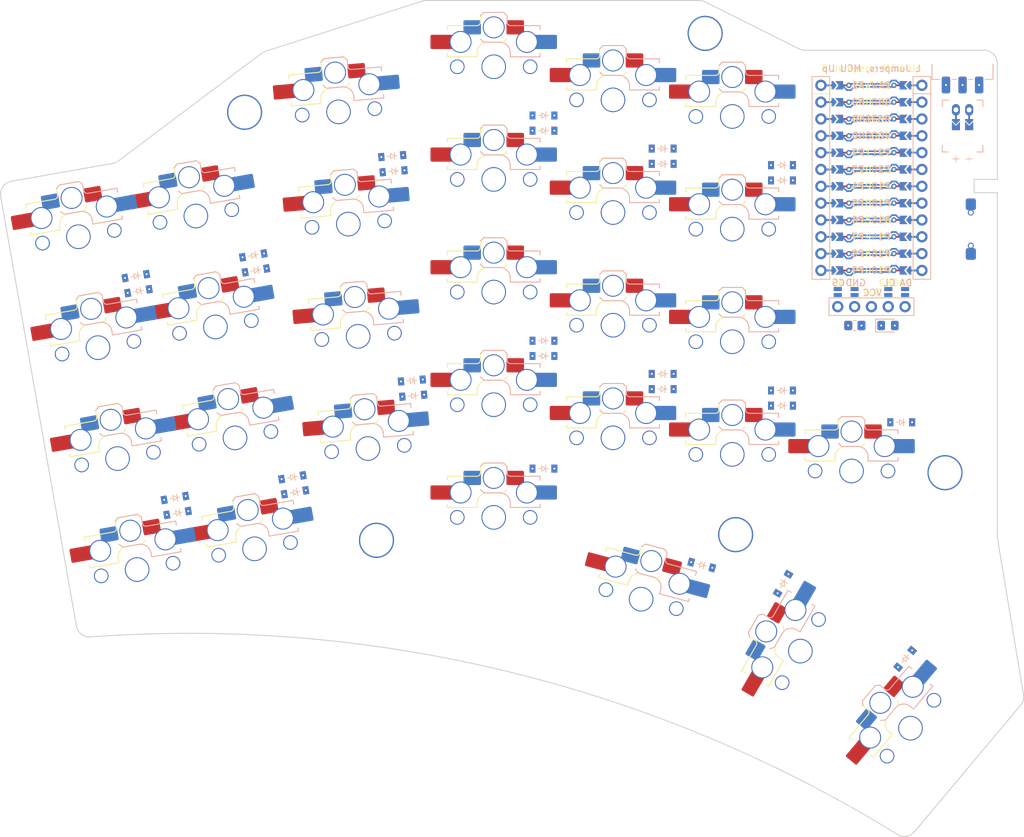
<source format=kicad_pcb>
(kicad_pcb (version 20240108) (generator "ergogen") (generator_version "4.1.0")
  (title_block (title "qapla_choc") (date "2024-08-29") (rev "v1.0.0") (company "Unknown"))
  (layers (0 "F.Cu" signal) (31 "B.Cu" signal) (34 "B.Paste" user) (35 "F.Paste" user) (36 "B.SilkS" user "B.Silkscreen") (37 "F.SilkS" user "F.Silkscreen") (38 "B.Mask" user) (39 "F.Mask" user) (44 "Edge.Cuts" user))
  (net 0 "")
  (net 1 "P20")
  (net 2 "outer_bottom")
  (net 3 "GND")
  (net 4 "D1")
  (net 5 "D2")
  (net 6 "outer_home")
  (net 7 "outer_top")
  (net 8 "outer_num")
  (net 9 "P19")
  (net 10 "pinky_bottom")
  (net 11 "pinky_home")
  (net 12 "pinky_top")
  (net 13 "pinky_num")
  (net 14 "P18")
  (net 15 "ring_bottom")
  (net 16 "ring_home")
  (net 17 "ring_top")
  (net 18 "ring_num")
  (net 19 "P15")
  (net 20 "middle_mod")
  (net 21 "middle_bottom")
  (net 22 "middle_home")
  (net 23 "middle_top")
  (net 24 "middle_num")
  (net 25 "P14")
  (net 26 "index_bottom")
  (net 27 "index_home")
  (net 28 "index_top")
  (net 29 "index_num")
  (net 30 "P16")
  (net 31 "inner_bottom")
  (net 32 "inner_home")
  (net 33 "inner_top")
  (net 34 "inner_num")
  (net 35 "P10")
  (net 36 "inner_far_bottom")
  (net 37 "alt_mod")
  (net 38 "inner_mod")
  (net 39 "outer_mod")
  (net 40 "P7")
  (net 41 "P9")
  (net 42 "P6")
  (net 43 "P8")
  (net 44 "P5")
  (net 45 "RAW")
  (net 46 "RST")
  (net 47 "VCC")
  (net 48 "P21")
  (net 49 "P1")
  (net 50 "P0")
  (net 51 "P2")
  (net 52 "P3")
  (net 53 "P4")
  (net 54 "P101")
  (net 55 "P102")
  (net 56 "P107")
  (net 57 "MCU1_24")
  (net 58 "MCU1_1")
  (net 59 "MCU1_23")
  (net 60 "MCU1_2")
  (net 61 "MCU1_22")
  (net 62 "MCU1_3")
  (net 63 "MCU1_21")
  (net 64 "MCU1_4")
  (net 65 "MCU1_20")
  (net 66 "MCU1_5")
  (net 67 "MCU1_19")
  (net 68 "MCU1_6")
  (net 69 "MCU1_18")
  (net 70 "MCU1_7")
  (net 71 "MCU1_17")
  (net 72 "MCU1_8")
  (net 73 "MCU1_16")
  (net 74 "MCU1_9")
  (net 75 "MCU1_15")
  (net 76 "MCU1_10")
  (net 77 "MCU1_14")
  (net 78 "MCU1_11")
  (net 79 "MCU1_13")
  (net 80 "MCU1_12")
  (net 81 "DISP1_1")
  (net 82 "DISP1_2")
  (net 83 "DISP1_4")
  (net 84 "DISP1_5")
  (net 85 "BAT_P")
  (net 86 "JST1_1")
  (net 87 "JST1_2")
  (net 88 "_3_1")
  (footprint "ceoloide:switch_choc_v1_v2" (layer "B.Cu") (at 121.5759829 113.6146134 10)
    (property "Reference" "S1" hide)
  )
  (footprint "ceoloide:switch_choc_v1_v2" (layer "B.Cu") (at 118.6239639 96.8728816 10)
    (property "Reference" "S2" hide)
  )
  (footprint "ceoloide:switch_choc_v1_v2" (layer "B.Cu") (at 115.6719449 80.1311498 10)
    (property "Reference" "S3" hide)
  )
  (footprint "ceoloide:switch_choc_v1_v2" (layer "B.Cu") (at 112.7199259 63.389418 10)
    (property "Reference" "S4" hide)
  )
  (footprint "ceoloide:switch_choc_v1_v2" (layer "B.Cu") (at 139.3025225 110.4889462 10)
    (property "Reference" "S5" hide)
  )
  (footprint "ceoloide:switch_choc_v1_v2" (layer "B.Cu") (at 136.3505035 93.7472144 10)
    (property "Reference" "S6" hide)
  )
  (footprint "ceoloide:switch_choc_v1_v2" (layer "B.Cu") (at 133.3984844 77.0054826 10)
    (property "Reference" "S7" hide)
  )
  (footprint "ceoloide:switch_choc_v1_v2" (layer "B.Cu") (at 130.4464654 60.2637508 10)
    (property "Reference" "S8" hide)
  )
  (footprint "ceoloide:switch_choc_v1_v2" (layer "B.Cu") (at 156.4156553 95.3520079 5)
    (property "Reference" "S9" hide)
  )
  (footprint "ceoloide:switch_choc_v1_v2" (layer "B.Cu") (at 154.9340076 78.416698 5)
    (property "Reference" "S10" hide)
  )
  (footprint "ceoloide:switch_choc_v1_v2" (layer "B.Cu") (at 153.45236 61.4813881 5)
    (property "Reference" "S11" hide)
  )
  (footprint "ceoloide:switch_choc_v1_v2" (layer "B.Cu") (at 151.9707123 44.5460782 5)
    (property "Reference" "S12" hide)
  )
  (footprint "ceoloide:switch_choc_v1_v2" (layer "B.Cu") (at 175.3930288 105.7375409 0)
    (property "Reference" "S13" hide)
  )
  (footprint "ceoloide:switch_choc_v1_v2" (layer "B.Cu") (at 175.3930288 88.7375409 0)
    (property "Reference" "S14" hide)
  )
  (footprint "ceoloide:switch_choc_v1_v2" (layer "B.Cu") (at 175.3930288 71.7375409 0)
    (property "Reference" "S15" hide)
  )
  (footprint "ceoloide:switch_choc_v1_v2" (layer "B.Cu") (at 175.3930287 54.7375409 0)
    (property "Reference" "S16" hide)
  )
  (footprint "ceoloide:switch_choc_v1_v2" (layer "B.Cu") (at 175.3930287 37.7375409 0)
    (property "Reference" "S17" hide)
  )
  (footprint "ceoloide:switch_choc_v1_v2" (layer "B.Cu") (at 193.3930287 93.7375409 0)
    (property "Reference" "S18" hide)
  )
  (footprint "ceoloide:switch_choc_v1_v2" (layer "B.Cu") (at 193.3930287 76.7375409 0)
    (property "Reference" "S19" hide)
  )
  (footprint "ceoloide:switch_choc_v1_v2" (layer "B.Cu") (at 193.3930287 59.7375409 0)
    (property "Reference" "S20" hide)
  )
  (footprint "ceoloide:switch_choc_v1_v2" (layer "B.Cu") (at 193.3930286 42.7375409 0)
    (property "Reference" "S21" hide)
  )
  (footprint "ceoloide:switch_choc_v1_v2" (layer "B.Cu") (at 211.3930287 96.237541 0)
    (property "Reference" "S22" hide)
  )
  (footprint "ceoloide:switch_choc_v1_v2" (layer "B.Cu") (at 211.3930287 79.237541 0)
    (property "Reference" "S23" hide)
  )
  (footprint "ceoloide:switch_choc_v1_v2" (layer "B.Cu") (at 211.3930287 62.237541 0)
    (property "Reference" "S24" hide)
  )
  (footprint "ceoloide:switch_choc_v1_v2" (layer "B.Cu") (at 211.3930287 45.237541 0)
    (property "Reference" "S25" hide)
  )
  (footprint "ceoloide:switch_choc_v1_v2" (layer "B.Cu") (at 229.3930287 98.7375409 0)
    (property "Reference" "S26" hide)
  )
  (footprint "ceoloide:switch_choc_v1_v2" (layer "B.Cu") (at 197.6356694 118.0860101 -15)
    (property "Reference" "S27" hide)
  )
  (footprint "ceoloide:switch_choc_v1_v2" (layer "B.Cu") (at 221.6691784 125.9218075 60)
    (property "Reference" "S28" hide)
  )
  (footprint "ceoloide:switch_choc_v1_v2" (layer "B.Cu") (at 238.2893065 137.5519043 50)
    (property "Reference" "S29" hide)
  )
  (footprint "ceoloide:diode_tht_sod123" (layer "B.Cu") (at 127.28633620000001 102.8088573 190)
    (property "Reference" "D1" hide)
  )
  (footprint "ceoloide:diode_tht_sod123" (layer "B.Cu") (at 121.38229820000001 69.3253937 190)
    (property "Reference" "D2" hide)
  )
  (footprint "ceoloide:diode_tht_sod123" (layer "B.Cu") (at 145.0128758 99.6831901 190)
    (property "Reference" "D3" hide)
  )
  (footprint "ceoloide:diode_tht_sod123" (layer "B.Cu") (at 139.10883769999998 66.1997265 190)
    (property "Reference" "D4" hide)
  )
  (footprint "ceoloide:diode_tht_sod123" (layer "B.Cu") (at 163.0460625 85.085061 185)
    (property "Reference" "D5" hide)
  )
  (footprint "ceoloide:diode_tht_sod123" (layer "B.Cu") (at 160.0827672 51.214441199999996 185)
    (property "Reference" "D6" hide)
  )
  (footprint "ceoloide:diode_tht_sod123" (layer "B.Cu") (at 182.8930288 79.0875409 180)
    (property "Reference" "D7" hide)
  )
  (footprint "ceoloide:diode_tht_sod123" (layer "B.Cu") (at 182.8930287 45.0875409 180)
    (property "Reference" "D8" hide)
  )
  (footprint "ceoloide:diode_tht_sod123" (layer "B.Cu") (at 200.8930287 84.0875409 180)
    (property "Reference" "D9" hide)
  )
  (footprint "ceoloide:diode_tht_sod123" (layer "B.Cu") (at 200.8930286 50.0875409 180)
    (property "Reference" "D10" hide)
  )
  (footprint "ceoloide:diode_tht_sod123" (layer "B.Cu") (at 218.8930287 86.58754099999999 180)
    (property "Reference" "D11" hide)
  )
  (footprint "ceoloide:diode_tht_sod123" (layer "B.Cu") (at 218.8930287 52.587541 180)
    (property "Reference" "D12" hide)
  )
  (footprint "ceoloide:diode_tht_sod123" (layer "B.Cu") (at 127.6857269 105.0739151 190)
    (property "Reference" "D13" hide)
  )
  (footprint "ceoloide:diode_tht_sod123" (layer "B.Cu") (at 121.7816889 71.5904515 190)
    (property "Reference" "D14" hide)
  )
  (footprint "ceoloide:diode_tht_sod123" (layer "B.Cu") (at 145.41226650000002 101.9482479 190)
    (property "Reference" "D15" hide)
  )
  (footprint "ceoloide:diode_tht_sod123" (layer "B.Cu") (at 139.5082284 68.46478429999999 190)
    (property "Reference" "D16" hide)
  )
  (footprint "ceoloide:diode_tht_sod123" (layer "B.Cu") (at 163.24652079999998 87.3763088 185)
    (property "Reference" "D17" hide)
  )
  (footprint "ceoloide:diode_tht_sod123" (layer "B.Cu") (at 160.2832255 53.505689 185)
    (property "Reference" "D18" hide)
  )
  (footprint "ceoloide:diode_tht_sod123" (layer "B.Cu") (at 182.8930288 98.3875409 180)
    (property "Reference" "D19" hide)
  )
  (footprint "ceoloide:diode_tht_sod123" (layer "B.Cu") (at 182.8930288 81.3875409 180)
    (property "Reference" "D20" hide)
  )
  (footprint "ceoloide:diode_tht_sod123" (layer "B.Cu") (at 182.8930287 47.3875409 180)
    (property "Reference" "D21" hide)
  )
  (footprint "ceoloide:diode_tht_sod123" (layer "B.Cu") (at 200.8930287 86.3875409 180)
    (property "Reference" "D22" hide)
  )
  (footprint "ceoloide:diode_tht_sod123" (layer "B.Cu") (at 200.8930287 52.3875409 180)
    (property "Reference" "D23" hide)
  )
  (footprint "ceoloide:diode_tht_sod123" (layer "B.Cu") (at 218.8930287 88.887541 180)
    (property "Reference" "D24" hide)
  )
  (footprint "ceoloide:diode_tht_sod123" (layer "B.Cu") (at 218.8930287 54.887541 180)
    (property "Reference" "D25" hide)
  )
  (footprint "ceoloide:diode_tht_sod123" (layer "B.Cu") (at 236.8930287 91.3875409 180)
    (property "Reference" "D26" hide)
  )
  (footprint "ceoloide:diode_tht_sod123" (layer "B.Cu") (at 206.78243310000002 112.9275981 165)
    (property "Reference" "D27" hide)
  )
  (footprint "ceoloide:diode_tht_sod123" (layer "B.Cu") (at 219.05389169999998 115.751617 240)
    (property "Reference" "D28" hide)
  )
  (footprint "ceoloide:diode_tht_sod123" (layer "B.Cu") (at 237.47978690000002 127.08208199999999 230)
    (property "Reference" "D29" hide)
  )
  (footprint "ceoloide:mcu_nice_nano" (layer "F.Cu") (at 232.3930287 53.237541 0)
    (property "Reference" "MCU1" hide)
  )
  (segment (start 237.1680287 40.537541000000004) (end 235.7930287 40.537541000000004) (width 0.25) (layer "F.Cu"))
  (segment (start 227.6180287 40.537541000000004) (end 228.9930287 40.537541000000004) (width 0.25) (layer "F.Cu"))
  (segment (start 224.7730287 40.537541000000004) (end 226.8930287 40.537541000000004) (width 0.25) (layer "F.Cu"))
  (segment (start 224.7730287 40.537541000000004) (end 226.8930287 40.537541000000004) (width 0.25) (layer "B.Cu"))
  (segment (start 237.8930287 40.537541000000004) (end 240.0130287 40.537541000000004) (width 0.25) (layer "F.Cu"))
  (segment (start 240.0130287 40.537541000000004) (end 237.8930287 40.537541000000004) (width 0.25) (layer "B.Cu"))
  (segment (start 229.7883337 40.767541) (end 235.5630287 40.767541) (width 0.25) (layer "B.Cu"))
  (segment (start 227.6180287 40.537541000000004) (end 227.9677237 40.537541000000004) (width 0.25) (layer "B.Cu"))
  (segment (start 228.6927237 41.262541) (end 229.2933337 41.262541) (width 0.25) (layer "B.Cu"))
  (segment (start 227.9677237 40.537541000000004) (end 228.6927237 41.262541) (width 0.25) (layer "B.Cu"))
  (segment (start 229.2933337 41.262541) (end 229.7883337 40.767541) (width 0.25) (layer "B.Cu"))
  (segment (start 237.1680287 40.537541000000004) (end 236.8183337 40.537541000000004) (width 0.25) (layer "B.Cu"))
  (segment (start 234.9877237 40.317541) (end 229.2130287 40.317541) (width 0.25) (layer "B.Cu"))
  (segment (start 236.8183337 40.537541000000004) (end 236.09333370000002 39.812540999999996) (width 0.25) (layer "B.Cu"))
  (segment (start 236.09333370000002 39.812540999999996) (end 235.4927237 39.812540999999996) (width 0.25) (layer "B.Cu"))
  (segment (start 235.4927237 39.812540999999996) (end 234.9877237 40.317541) (width 0.25) (layer "B.Cu"))
  (segment (start 237.1680287 43.077541) (end 235.7930287 43.077541) (width 0.25) (layer "F.Cu"))
  (segment (start 227.6180287 43.077541) (end 228.9930287 43.077541) (width 0.25) (layer "F.Cu"))
  (segment (start 224.7730287 43.077541) (end 226.8930287 43.077541) (width 0.25) (layer "F.Cu"))
  (segment (start 224.7730287 43.077541) (end 226.8930287 43.077541) (width 0.25) (layer "B.Cu"))
  (segment (start 237.8930287 43.077541) (end 240.0130287 43.077541) (width 0.25) (layer "F.Cu"))
  (segment (start 240.0130287 43.077541) (end 237.8930287 43.077541) (width 0.25) (layer "B.Cu"))
  (segment (start 229.7883337 43.307541) (end 235.5630287 43.307541) (width 0.25) (layer "B.Cu"))
  (segment (start 227.6180287 43.077541) (end 227.9677237 43.077541) (width 0.25) (layer "B.Cu"))
  (segment (start 228.6927237 43.802541) (end 229.2933337 43.802541) (width 0.25) (layer "B.Cu"))
  (segment (start 227.9677237 43.077541) (end 228.6927237 43.802541) (width 0.25) (layer "B.Cu"))
  (segment (start 229.2933337 43.802541) (end 229.7883337 43.307541) (width 0.25) (layer "B.Cu"))
  (segment (start 237.1680287 43.077541) (end 236.8183337 43.077541) (width 0.25) (layer "B.Cu"))
  (segment (start 234.9877237 42.857541) (end 229.2130287 42.857541) (width 0.25) (layer "B.Cu"))
  (segment (start 236.8183337 43.077541) (end 236.09333370000002 42.352541) (width 0.25) (layer "B.Cu"))
  (segment (start 236.09333370000002 42.352541) (end 235.4927237 42.352541) (width 0.25) (layer "B.Cu"))
  (segment (start 235.4927237 42.352541) (end 234.9877237 42.857541) (width 0.25) (layer "B.Cu"))
  (segment (start 237.1680287 45.617541) (end 235.7930287 45.617541) (width 0.25) (layer "F.Cu"))
  (segment (start 227.6180287 45.617541) (end 228.9930287 45.617541) (width 0.25) (layer "F.Cu"))
  (segment (start 224.7730287 45.617541) (end 226.8930287 45.617541) (width 0.25) (layer "F.Cu"))
  (segment (start 224.7730287 45.617541) (end 226.8930287 45.617541) (width 0.25) (layer "B.Cu"))
  (segment (start 237.8930287 45.617541) (end 240.0130287 45.617541) (width 0.25) (layer "F.Cu"))
  (segment (start 240.0130287 45.617541) (end 237.8930287 45.617541) (width 0.25) (layer "B.Cu"))
  (segment (start 229.7883337 45.847541) (end 235.5630287 45.847541) (width 0.25) (layer "B.Cu"))
  (segment (start 227.6180287 45.617541) (end 227.9677237 45.617541) (width 0.25) (layer "B.Cu"))
  (segment (start 228.6927237 46.342541) (end 229.2933337 46.342541) (width 0.25) (layer "B.Cu"))
  (segment (start 227.9677237 45.617541) (end 228.6927237 46.342541) (width 0.25) (layer "B.Cu"))
  (segment (start 229.2933337 46.342541) (end 229.7883337 45.847541) (width 0.25) (layer "B.Cu"))
  (segment (start 237.1680287 45.617541) (end 236.8183337 45.617541) (width 0.25) (layer "B.Cu"))
  (segment (start 234.9877237 45.397541000000004) (end 229.2130287 45.397541000000004) (width 0.25) (layer "B.Cu"))
  (segment (start 236.8183337 45.617541) (end 236.09333370000002 44.892541) (width 0.25) (layer "B.Cu"))
  (segment (start 236.09333370000002 44.892541) (end 235.4927237 44.892541) (width 0.25) (layer "B.Cu"))
  (segment (start 235.4927237 44.892541) (end 234.9877237 45.397541000000004) (width 0.25) (layer "B.Cu"))
  (segment (start 237.1680287 48.157541) (end 235.7930287 48.157541) (width 0.25) (layer "F.Cu"))
  (segment (start 227.6180287 48.157541) (end 228.9930287 48.157541) (width 0.25) (layer "F.Cu"))
  (segment (start 224.7730287 48.157541) (end 226.8930287 48.157541) (width 0.25) (layer "F.Cu"))
  (segment (start 224.7730287 48.157541) (end 226.8930287 48.157541) (width 0.25) (layer "B.Cu"))
  (segment (start 237.8930287 48.157541) (end 240.0130287 48.157541) (width 0.25) (layer "F.Cu"))
  (segment (start 240.0130287 48.157541) (end 237.8930287 48.157541) (width 0.25) (layer "B.Cu"))
  (segment (start 229.7883337 48.387541) (end 235.5630287 48.387541) (width 0.25) (layer "B.Cu"))
  (segment (start 227.6180287 48.157541) (end 227.9677237 48.157541) (width 0.25) (layer "B.Cu"))
  (segment (start 228.6927237 48.882541) (end 229.2933337 48.882541) (width 0.25) (layer "B.Cu"))
  (segment (start 227.9677237 48.157541) (end 228.6927237 48.882541) (width 0.25) (layer "B.Cu"))
  (segment (start 229.2933337 48.882541) (end 229.7883337 48.387541) (width 0.25) (layer "B.Cu"))
  (segment (start 237.1680287 48.157541) (end 236.8183337 48.157541) (width 0.25) (layer "B.Cu"))
  (segment (start 234.9877237 47.937541) (end 229.2130287 47.937541) (width 0.25) (layer "B.Cu"))
  (segment (start 236.8183337 48.157541) (end 236.09333370000002 47.432541) (width 0.25) (layer "B.Cu"))
  (segment (start 236.09333370000002 47.432541) (end 235.4927237 47.432541) (width 0.25) (layer "B.Cu"))
  (segment (start 235.4927237 47.432541) (end 234.9877237 47.937541) (width 0.25) (layer "B.Cu"))
  (segment (start 237.1680287 50.697541) (end 235.7930287 50.697541) (width 0.25) (layer "F.Cu"))
  (segment (start 227.6180287 50.697541) (end 228.9930287 50.697541) (width 0.25) (layer "F.Cu"))
  (segment (start 224.7730287 50.697541) (end 226.8930287 50.697541) (width 0.25) (layer "F.Cu"))
  (segment (start 224.7730287 50.697541) (end 226.8930287 50.697541) (width 0.25) (layer "B.Cu"))
  (segment (start 237.8930287 50.697541) (end 240.0130287 50.697541) (width 0.25) (layer "F.Cu"))
  (segment (start 240.0130287 50.697541) (end 237.8930287 50.697541) (width 0.25) (layer "B.Cu"))
  (segment (start 229.7883337 50.927541) (end 235.5630287 50.927541) (width 0.25) (layer "B.Cu"))
  (segment (start 227.6180287 50.697541) (end 227.9677237 50.697541) (width 0.25) (layer "B.Cu"))
  (segment (start 228.6927237 51.422541) (end 229.2933337 51.422541) (width 0.25) (layer "B.Cu"))
  (segment (start 227.9677237 50.697541) (end 228.6927237 51.422541) (width 0.25) (layer "B.Cu"))
  (segment (start 229.2933337 51.422541) (end 229.7883337 50.927541) (width 0.25) (layer "B.Cu"))
  (segment (start 237.1680287 50.697541) (end 236.8183337 50.697541) (width 0.25) (layer "B.Cu"))
  (segment (start 234.9877237 50.477541) (end 229.2130287 50.477541) (width 0.25) (layer "B.Cu"))
  (segment (start 236.8183337 50.697541) (end 236.09333370000002 49.972541) (width 0.25) (layer "B.Cu"))
  (segment (start 236.09333370000002 49.972541) (end 235.4927237 49.972541) (width 0.25) (layer "B.Cu"))
  (segment (start 235.4927237 49.972541) (end 234.9877237 50.477541) (width 0.25) (layer "B.Cu"))
  (segment (start 237.1680287 53.237541) (end 235.7930287 53.237541) (width 0.25) (layer "F.Cu"))
  (segment (start 227.6180287 53.237541) (end 228.9930287 53.237541) (width 0.25) (layer "F.Cu"))
  (segment (start 224.7730287 53.237541) (end 226.8930287 53.237541) (width 0.25) (layer "F.Cu"))
  (segment (start 224.7730287 53.237541) (end 226.8930287 53.237541) (width 0.25) (layer "B.Cu"))
  (segment (start 237.8930287 53.237541) (end 240.0130287 53.237541) (width 0.25) (layer "F.Cu"))
  (segment (start 240.0130287 53.237541) (end 237.8930287 53.237541) (width 0.25) (layer "B.Cu"))
  (segment (start 229.7883337 53.467541) (end 235.5630287 53.467541) (width 0.25) (layer "B.Cu"))
  (segment (start 227.6180287 53.237541) (end 227.9677237 53.237541) (width 0.25) (layer "B.Cu"))
  (segment (start 228.6927237 53.962541) (end 229.2933337 53.962541) (width 0.25) (layer "B.Cu"))
  (segment (start 227.9677237 53.237541) (end 228.6927237 53.962541) (width 0.25) (layer "B.Cu"))
  (segment (start 229.2933337 53.962541) (end 229.7883337 53.467541) (width 0.25) (layer "B.Cu"))
  (segment (start 237.1680287 53.237541) (end 236.8183337 53.237541) (width 0.25) (layer "B.Cu"))
  (segment (start 234.9877237 53.017541) (end 229.2130287 53.017541) (width 0.25) (layer "B.Cu"))
  (segment (start 236.8183337 53.237541) (end 236.09333370000002 52.512541) (width 0.25) (layer "B.Cu"))
  (segment (start 236.09333370000002 52.512541) (end 235.4927237 52.512541) (width 0.25) (layer "B.Cu"))
  (segment (start 235.4927237 52.512541) (end 234.9877237 53.017541) (width 0.25) (layer "B.Cu"))
  (segment (start 237.1680287 55.777541) (end 235.7930287 55.777541) (width 0.25) (layer "F.Cu"))
  (segment (start 227.6180287 55.777541) (end 228.9930287 55.777541) (width 0.25) (layer "F.Cu"))
  (segment (start 224.7730287 55.777541) (end 226.8930287 55.777541) (width 0.25) (layer "F.Cu"))
  (segment (start 224.7730287 55.777541) (end 226.8930287 55.777541) (width 0.25) (layer "B.Cu"))
  (segment (start 237.8930287 55.777541) (end 240.0130287 55.777541) (width 0.25) (layer "F.Cu"))
  (segment (start 240.0130287 55.777541) (end 237.8930287 55.777541) (width 0.25) (layer "B.Cu"))
  (segment (start 229.7883337 56.007541) (end 235.5630287 56.007541) (width 0.25) (layer "B.Cu"))
  (segment (start 227.6180287 55.777541) (end 227.9677237 55.777541) (width 0.25) (layer "B.Cu"))
  (segment (start 228.6927237 56.502541) (end 229.2933337 56.502541) (width 0.25) (layer "B.Cu"))
  (segment (start 227.9677237 55.777541) (end 228.6927237 56.502541) (width 0.25) (layer "B.Cu"))
  (segment (start 229.2933337 56.502541) (end 229.7883337 56.007541) (width 0.25) (layer "B.Cu"))
  (segment (start 237.1680287 55.777541) (end 236.8183337 55.777541) (width 0.25) (layer "B.Cu"))
  (segment (start 234.9877237 55.557541) (end 229.2130287 55.557541) (width 0.25) (layer "B.Cu"))
  (segment (start 236.8183337 55.777541) (end 236.09333370000002 55.052541) (width 0.25) (layer "B.Cu"))
  (segment (start 236.09333370000002 55.052541) (end 235.4927237 55.052541) (width 0.25) (layer "B.Cu"))
  (segment (start 235.4927237 55.052541) (end 234.9877237 55.557541) (width 0.25) (layer "B.Cu"))
  (segment (start 237.1680287 58.317541) (end 235.7930287 58.317541) (width 0.25) (layer "F.Cu"))
  (segment (start 227.6180287 58.317541) (end 228.9930287 58.317541) (width 0.25) (layer "F.Cu"))
  (segment (start 224.7730287 58.317541) (end 226.8930287 58.317541) (width 0.25) (layer "F.Cu"))
  (segment (start 224.7730287 58.317541) (end 226.8930287 58.317541) (width 0.25) (layer "B.Cu"))
  (segment (start 237.8930287 58.317541) (end 240.0130287 58.317541) (width 0.25) (layer "F.Cu"))
  (segment (start 240.0130287 58.317541) (end 237.8930287 58.317541) (width 0.25) (layer "B.Cu"))
  (segment (start 229.7883337 58.547541) (end 235.5630287 58.547541) (width 0.25) (layer "B.Cu"))
  (segment (start 227.6180287 58.317541) (end 227.9677237 58.317541) (width 0.25) (layer "B.Cu"))
  (segment (start 228.6927237 59.042541) (end 229.2933337 59.042541) (width 0.25) (layer "B.Cu"))
  (segment (start 227.9677237 58.317541) (end 228.6927237 59.042541) (width 0.25) (layer "B.Cu"))
  (segment (start 229.2933337 59.042541) (end 229.7883337 58.547541) (width 0.25) (layer "B.Cu"))
  (segment (start 237.1680287 58.317541) (end 236.8183337 58.317541) (width 0.25) (layer "B.Cu"))
  (segment (start 234.9877237 58.097541) (end 229.2130287 58.097541) (width 0.25) (layer "B.Cu"))
  (segment (start 236.8183337 58.317541) (end 236.09333370000002 57.592541) (width 0.25) (layer "B.Cu"))
  (segment (start 236.09333370000002 57.592541) (end 235.4927237 57.592541) (width 0.25) (layer "B.Cu"))
  (segment (start 235.4927237 57.592541) (end 234.9877237 58.097541) (width 0.25) (layer "B.Cu"))
  (segment (start 237.1680287 60.857541) (end 235.7930287 60.857541) (width 0.25) (layer "F.Cu"))
  (segment (start 227.6180287 60.857541) (end 228.9930287 60.857541) (width 0.25) (layer "F.Cu"))
  (segment (start 224.7730287 60.857541) (end 226.8930287 60.857541) (width 0.25) (layer "F.Cu"))
  (segment (start 224.7730287 60.857541) (end 226.8930287 60.857541) (width 0.25) (layer "B.Cu"))
  (segment (start 237.8930287 60.857541) (end 240.0130287 60.857541) (width 0.25) (layer "F.Cu"))
  (segment (start 240.0130287 60.857541) (end 237.8930287 60.857541) (width 0.25) (layer "B.Cu"))
  (segment (start 229.7883337 61.087541) (end 235.5630287 61.087541) (width 0.25) (layer "B.Cu"))
  (segment (start 227.6180287 60.857541) (end 227.9677237 60.857541) (width 0.25) (layer "B.Cu"))
  (segment (start 228.6927237 61.582541) (end 229.2933337 61.582541) (width 0.25) (layer "B.Cu"))
  (segment (start 227.9677237 60.857541) (end 228.6927237 61.582541) (width 0.25) (layer "B.Cu"))
  (segment (start 229.2933337 61.582541) (end 229.7883337 61.087541) (width 0.25) (layer "B.Cu"))
  (segment (start 237.1680287 60.857541) (end 236.8183337 60.857541) (width 0.25) (layer "B.Cu"))
  (segment (start 234.9877237 60.637541) (end 229.2130287 60.637541) (width 0.25) (layer "B.Cu"))
  (segment (start 236.8183337 60.857541) (end 236.09333370000002 60.132541) (width 0.25) (layer "B.Cu"))
  (segment (start 236.09333370000002 60.132541) (end 235.4927237 60.132541) (width 0.25) (layer "B.Cu"))
  (segment (start 235.4927237 60.132541) (end 234.9877237 60.637541) (width 0.25) (layer "B.Cu"))
  (segment (start 237.1680287 63.397541000000004) (end 235.7930287 63.397541000000004) (width 0.25) (layer "F.Cu"))
  (segment (start 227.6180287 63.397541000000004) (end 228.9930287 63.397541000000004) (width 0.25) (layer "F.Cu"))
  (segment (start 224.7730287 63.397541000000004) (end 226.8930287 63.397541000000004) (width 0.25) (layer "F.Cu"))
  (segment (start 224.7730287 63.397541000000004) (end 226.8930287 63.397541000000004) (width 0.25) (layer "B.Cu"))
  (segment (start 237.8930287 63.397541000000004) (end 240.0130287 63.397541000000004) (width 0.25) (layer "F.Cu"))
  (segment (start 240.0130287 63.397541000000004) (end 237.8930287 63.397541000000004) (width 0.25) (layer "B.Cu"))
  (segment (start 229.7883337 63.627541) (end 235.5630287 63.627541) (width 0.25) (layer "B.Cu"))
  (segment (start 227.6180287 63.397541000000004) (end 227.9677237 63.397541000000004) (width 0.25) (layer "B.Cu"))
  (segment (start 228.6927237 64.122541) (end 229.2933337 64.122541) (width 0.25) (layer "B.Cu"))
  (segment (start 227.9677237 63.397541000000004) (end 228.6927237 64.122541) (width 0.25) (layer "B.Cu"))
  (segment (start 229.2933337 64.122541) (end 229.7883337 63.627541) (width 0.25) (layer "B.Cu"))
  (segment (start 237.1680287 63.397541000000004) (end 236.8183337 63.397541000000004) (width 0.25) (layer "B.Cu"))
  (segment (start 234.9877237 63.177541) (end 229.2130287 63.177541) (width 0.25) (layer "B.Cu"))
  (segment (start 236.8183337 63.397541000000004) (end 236.09333370000002 62.672541) (width 0.25) (layer "B.Cu"))
  (segment (start 236.09333370000002 62.672541) (end 235.4927237 62.672541) (width 0.25) (layer "B.Cu"))
  (segment (start 235.4927237 62.672541) (end 234.9877237 63.177541) (width 0.25) (layer "B.Cu"))
  (segment (start 237.1680287 65.937541) (end 235.7930287 65.937541) (width 0.25) (layer "F.Cu"))
  (segment (start 227.6180287 65.937541) (end 228.9930287 65.937541) (width 0.25) (layer "F.Cu"))
  (segment (start 224.7730287 65.937541) (end 226.8930287 65.937541) (width 0.25) (layer "F.Cu"))
  (segment (start 224.7730287 65.937541) (end 226.8930287 65.937541) (width 0.25) (layer "B.Cu"))
  (segment (start 237.8930287 65.937541) (end 240.0130287 65.937541) (width 0.25) (layer "F.Cu"))
  (segment (start 240.0130287 65.937541) (end 237.8930287 65.937541) (width 0.25) (layer "B.Cu"))
  (segment (start 229.7883337 66.167541) (end 235.5630287 66.167541) (width 0.25) (layer "B.Cu"))
  (segment (start 227.6180287 65.937541) (end 227.9677237 65.937541) (width 0.25) (layer "B.Cu"))
  (segment (start 228.6927237 66.662541) (end 229.2933337 66.662541) (width 0.25) (layer "B.Cu"))
  (segment (start 227.9677237 65.937541) (end 228.6927237 66.662541) (width 0.25) (layer "B.Cu"))
  (segment (start 229.2933337 66.662541) (end 229.7883337 66.167541) (width 0.25) (layer "B.Cu"))
  (segment (start 237.1680287 65.937541) (end 236.8183337 65.937541) (width 0.25) (layer "B.Cu"))
  (segment (start 234.9877237 65.717541) (end 229.2130287 65.717541) (width 0.25) (layer "B.Cu"))
  (segment (start 236.8183337 65.937541) (end 236.09333370000002 65.212541) (width 0.25) (layer "B.Cu"))
  (segment (start 236.09333370000002 65.212541) (end 235.4927237 65.212541) (width 0.25) (layer "B.Cu"))
  (segment (start 235.4927237 65.212541) (end 234.9877237 65.717541) (width 0.25) (layer "B.Cu"))
  (segment (start 237.1680287 68.477541) (end 235.7930287 68.477541) (width 0.25) (layer "F.Cu"))
  (segment (start 227.6180287 68.477541) (end 228.9930287 68.477541) (width 0.25) (layer "F.Cu"))
  (segment (start 224.7730287 68.477541) (end 226.8930287 68.477541) (width 0.25) (layer "F.Cu"))
  (segment (start 224.7730287 68.477541) (end 226.8930287 68.477541) (width 0.25) (layer "B.Cu"))
  (segment (start 237.8930287 68.477541) (end 240.0130287 68.477541) (width 0.25) (layer "F.Cu"))
  (segment (start 240.0130287 68.477541) (end 237.8930287 68.477541) (width 0.25) (layer "B.Cu"))
  (segment (start 229.7883337 68.707541) (end 235.5630287 68.707541) (width 0.25) (layer "B.Cu"))
  (segment (start 227.6180287 68.477541) (end 227.9677237 68.477541) (width 0.25) (layer "B.Cu"))
  (segment (start 228.6927237 69.202541) (end 229.2933337 69.202541) (width 0.25) (layer "B.Cu"))
  (segment (start 227.9677237 68.477541) (end 228.6927237 69.202541) (width 0.25) (layer "B.Cu"))
  (segment (start 229.2933337 69.202541) (end 229.7883337 68.707541) (width 0.25) (layer "B.Cu"))
  (segment (start 237.1680287 68.477541) (end 236.8183337 68.477541) (width 0.25) (layer "B.Cu"))
  (segment (start 234.9877237 68.257541) (end 229.2130287 68.257541) (width 0.25) (layer "B.Cu"))
  (segment (start 236.8183337 68.477541) (end 236.09333370000002 67.75254100000001) (width 0.25) (layer "B.Cu"))
  (segment (start 236.09333370000002 67.75254100000001) (end 235.4927237 67.75254100000001) (width 0.25) (layer "B.Cu"))
  (segment (start 235.4927237 67.75254100000001) (end 234.9877237 68.257541) (width 0.25) (layer "B.Cu"))
  (footprint "ceoloide:display_nice_view" (layer F.Cu) (at 232.3930287 57.237541 0)
    (property "Reference" "DISP1" hide)
  )
  (footprint reset_switch (layer F.Cu) (at 247.3930287 62.237541 90)
    (fp_text reference "_1" hide)
    (fp_text value "" hide)
  )
  (footprint "switch_JS102011SAQN" (layer "F.Cu") (at 246.1430287 37.737541 180)
    (property "Reference" "_2" hide)
  )
  (footprint "ceoloide:battery_connector_jst_ph_2" (layer "F.Cu") (at 246.1430287 44.237541 0)
    (property "Reference" "JST1" hide)
  )
  (segment (start 245.1430287 46.037541) (end 245.1430287 44.237541) (width 0.25) (layer "F.Cu") (net 86))
  (segment (start 245.1430287 46.037541) (end 245.1430287 44.237541) (width 0.25) (layer "B.Cu") (net 86))
  (segment (start 247.1430287 46.037541) (end 247.1430287 44.237541) (width 0.25) (layer "F.Cu") (net 87))
  (segment (start 247.1430287 46.037541) (end 247.1430287 44.237541) (width 0.25) (layer "B.Cu") (net 87))
  (footprint "D_0805_2012Metric_Pad1.15x1.40mm_HandSolder" (layer "F.Cu") (at 232.3930287 76.787541 0)
    (property "Reference" "_3" hide)
  )
  (footprint "R_0805_2012Metric_Pad1.20x1.40mm_HandSolder" (layer "F.Cu") (at 232.3930287 76.787541 0)
    (property "Reference" "_3" hide)
  )
  (footprint "ceoloide:mounting_hole_npth" (layer "F.Cu") (at 225.3930287 84.7375409 0)
    (property "Reference" "MH1" hide)
  )
  (footprint "ceoloide:mounting_hole_npth" (layer "F.Cu") (at 247.8930287 84.7375409 0)
    (property "Reference" "MH2" hide)
  )
  (footprint "ceoloide:mounting_hole_plated" (layer "F.Cu") (at 137.8 44.599999999999994 0)
    (property "Reference" "H1" hide)
  )
  (footprint "ceoloide:mounting_hole_plated" (layer "F.Cu") (at 157.7 109.2 0)
    (property "Reference" "H2" hide)
  )
  (footprint "ceoloide:mounting_hole_plated" (layer "F.Cu") (at 207.3 32.7 0)
    (property "Reference" "H3" hide)
  )
  (footprint "ceoloide:mounting_hole_plated" (layer "F.Cu") (at 211.9 108.35 0)
    (property "Reference" "H4" hide)
  )
  (footprint "ceoloide:mounting_hole_plated" (layer "F.Cu") (at 243.5 99 0)
    (property "Reference" "H5" hide)
  )
  (gr_line (start 112.41612146766047 122.13354750570238) (end 100.99025906060282 57.33426183375843) (layer Edge.Cuts) (stroke (width 0.15)))
  (gr_line (start 102.61257818071924 55.01734994784417) (end 117.89788248484034 52.32213838072413) (layer Edge.Cuts) (stroke (width 0.15)))
  (gr_line (start 118.75230871386798 51.95122949357528) (end 140.36891154594556 35.702370783414466) (layer Edge.Cuts) (stroke (width 0.15)))
  (gr_line (start 140.96104917761136 35.39623986096209) (end 164.59566408286838 27.832703361681126) (layer Edge.Cuts) (stroke (width 0.15)))
  (gr_line (start 165.2052490631292 27.7375409) (end 206.42089269436943 27.7375409) (layer Edge.Cuts) (stroke (width 0.15)))
  (gr_line (start 207.31531989436945 27.948686499999994) (end 221.47073750563055 35.0263954) (layer Edge.Cuts) (stroke (width 0.15)))
  (gr_line (start 251.3930287 108.57235164136341) (end 251.3930287 56.737541) (layer Edge.Cuts) (stroke (width 0.15)))
  (gr_line (start 251.3930287 54.737541) (end 251.3930287 37.237541) (layer Edge.Cuts) (stroke (width 0.15)))
  (gr_line (start 251.42013130000004 108.90049164136349) (end 255.34141913312294 132.47670792711529) (layer Edge.Cuts) (stroke (width 0.15)))
  (gr_line (start 254.9006105918054 134.09042317635573) (end 238.89097308266068 153.16996618545056) (layer Edge.Cuts) (stroke (width 0.15)))
  (gr_arc (start 236.30812170000002 153.5861248) (mid 177.7724239 129.0719543) (end 114.5317934 123.78091090000001) (layer Edge.Cuts) (stroke (width 0.15)))
  (gr_line (start 222.36516470563055 35.237541) (end 249.3930287 35.237541) (layer Edge.Cuts) (stroke (width 0.15)))
  (gr_arc (start 102.6125781636182 55.017349950859426) (mid 101.3215704636182 55.83981265085943) (end 100.9902590636182 57.33426185085943) (layer Edge.Cuts) (stroke (width 0.15)))
  (gr_arc (start 117.89788250194135 52.322138377708754) (mid 118.34698950194135 52.18711867770875) (end 118.75230870194135 51.95122947770875) (layer Edge.Cuts) (stroke (width 0.15)))
  (gr_arc (start 140.9610491578722 35.39623979928097) (mid 140.6521365578722 35.52446199928097) (end 140.3689115578722 35.70237079928097) (layer Edge.Cuts) (stroke (width 0.15)))
  (gr_arc (start 165.2052490631292 27.737540899999992) (mid 164.89676496312921 27.761474699999994) (end 164.5956640631292 27.83270329999999) (layer Edge.Cuts) (stroke (width 0.15)))
  (gr_arc (start 207.31531989436942 27.9486865) (mid 206.88039849436942 27.7910429) (end 206.42089269436943 27.7375409) (layer Edge.Cuts) (stroke (width 0.15)))
  (gr_arc (start 221.47073750563055 35.02639539999999) (mid 221.90565890563056 35.18403899999999) (end 222.36516470563055 35.23754099999999) (layer Edge.Cuts) (stroke (width 0.15)))
  (gr_arc (start 251.3930287 37.237541) (mid 250.8072423 35.8233274) (end 249.3930287 35.237541) (layer Edge.Cuts) (stroke (width 0.15)))
  (gr_arc (start 251.3930287 108.57235164136341) (mid 251.3998159 108.7369803413634) (end 251.4201313 108.90049164136342) (layer Edge.Cuts) (stroke (width 0.15)))
  (gr_arc (start 254.90061063312294 134.09042322711537) (mid 255.29783553312294 133.33186652711535) (end 255.34141923312293 132.47670792711537) (layer Edge.Cuts) (stroke (width 0.15)))
  (gr_arc (start 236.3081217 153.5861248) (mid 237.6770285 153.8589249) (end 238.8909731 153.1699663) (layer Edge.Cuts) (stroke (width 0.15)))
  (gr_arc (start 112.4161216 122.13354749999999) (mid 113.1570006 123.36428989999999) (end 114.5317935 123.78091089999998) (layer Edge.Cuts) (stroke (width 0.15)))
  (gr_line (start 247.8930287 56.737541) (end 251.3930287 56.737541) (layer Edge.Cuts) (stroke (width 0.15)))
  (gr_line (start 251.3930287 54.737541) (end 247.8930287 54.737541) (layer Edge.Cuts) (stroke (width 0.15)))
  (gr_line (start 247.8930287 54.737541) (end 247.8930287 56.737541) (layer Edge.Cuts) (stroke (width 0.15)))
)
</source>
